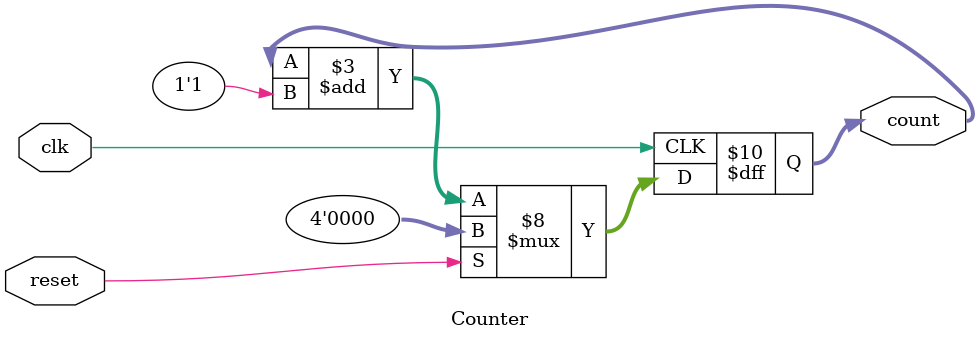
<source format=v>
module Counter (
    input clk, reset,
    output reg [3:0] count
);
    parameter MAX_COUNT_VALUE = 1111; // 15 in Decimal
    
    always @(posedge clk) begin
       if (reset) begin
        count <= 1'b0;
       end else begin
        if (count == MAX_COUNT_VALUE) begin
            count <= 1'b0;
        end else begin
            count <= count + 1'b1;
        end
       end
    end
endmodule
</source>
